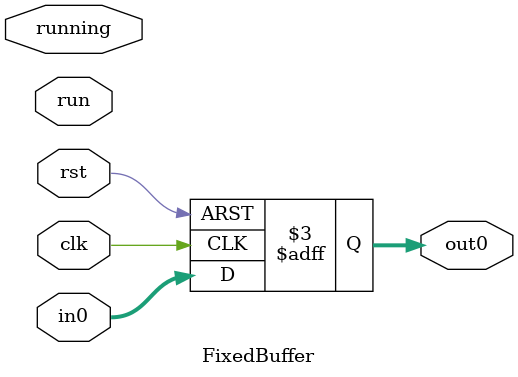
<source format=v>
`timescale 1ns / 1ps

module FixedBuffer #(
   parameter ADDR_W = 6,
   parameter DATA_W = 32,
   parameter AMOUNT = 0
) (
   //control
   input clk,
   input rst,

   input running,
   input run,

   //input / output data
   input [DATA_W-1:0] in0,

   (* versat_latency = 1 *) output reg [DATA_W-1:0] out0
);

   generate
      if (AMOUNT == 0) begin
         always @(posedge clk, posedge rst) begin
            if (rst) out0 <= 0;
            else out0 <= in0;
         end
      end else begin
         integer        i;
         genvar         ii;
         reg     [31:0] bufferData[AMOUNT-1:0];
         reg     [31:0] bufferNextData[AMOUNT-1:0];

         // Looks strange but putting everything inside a always @(posedge clk,posedge rst) block was giving a verilator error in the lines bufferData[i] <= bufferData[i+1].
         // Somehow putting this logic as a non-delayed assignment and generating AMOUNT always cases seems to be accepted fine by the tools.
         always @* begin
            for (i = 0; i < AMOUNT - 1; i = i + 1) begin
               bufferNextData[i] = bufferData[i+1];
            end
            bufferNextData[AMOUNT-1] = in0;
         end

         for(ii = 0; ii < AMOUNT; ii = ii + 1) begin : bufferAssigns
            always @(posedge clk,posedge rst) begin
               if (rst) begin
                  bufferData[ii] <= 0;
               end else begin
                  bufferData[ii] <= bufferNextData[ii];
               end
            end
         end

         always @(posedge clk, posedge rst) begin
            if (rst) begin
               out0 <= 0;
            end else begin
               out0 <= bufferData[0];
            end
         end
      end
   endgenerate

endmodule

</source>
